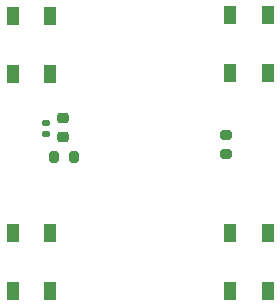
<source format=gtp>
%TF.GenerationSoftware,KiCad,Pcbnew,6.0.4-6f826c9f35~116~ubuntu20.04.1*%
%TF.CreationDate,2022-04-29T21:07:04-06:00*%
%TF.ProjectId,square,73717561-7265-42e6-9b69-6361645f7063,rev?*%
%TF.SameCoordinates,Original*%
%TF.FileFunction,Paste,Top*%
%TF.FilePolarity,Positive*%
%FSLAX46Y46*%
G04 Gerber Fmt 4.6, Leading zero omitted, Abs format (unit mm)*
G04 Created by KiCad (PCBNEW 6.0.4-6f826c9f35~116~ubuntu20.04.1) date 2022-04-29 21:07:04*
%MOMM*%
%LPD*%
G01*
G04 APERTURE LIST*
G04 Aperture macros list*
%AMRoundRect*
0 Rectangle with rounded corners*
0 $1 Rounding radius*
0 $2 $3 $4 $5 $6 $7 $8 $9 X,Y pos of 4 corners*
0 Add a 4 corners polygon primitive as box body*
4,1,4,$2,$3,$4,$5,$6,$7,$8,$9,$2,$3,0*
0 Add four circle primitives for the rounded corners*
1,1,$1+$1,$2,$3*
1,1,$1+$1,$4,$5*
1,1,$1+$1,$6,$7*
1,1,$1+$1,$8,$9*
0 Add four rect primitives between the rounded corners*
20,1,$1+$1,$2,$3,$4,$5,0*
20,1,$1+$1,$4,$5,$6,$7,0*
20,1,$1+$1,$6,$7,$8,$9,0*
20,1,$1+$1,$8,$9,$2,$3,0*%
G04 Aperture macros list end*
%ADD10R,1.000000X1.500000*%
%ADD11RoundRect,0.200000X-0.275000X0.200000X-0.275000X-0.200000X0.275000X-0.200000X0.275000X0.200000X0*%
%ADD12RoundRect,0.225000X-0.250000X0.225000X-0.250000X-0.225000X0.250000X-0.225000X0.250000X0.225000X0*%
%ADD13RoundRect,0.200000X-0.200000X-0.275000X0.200000X-0.275000X0.200000X0.275000X-0.200000X0.275000X0*%
%ADD14RoundRect,0.140000X-0.170000X0.140000X-0.170000X-0.140000X0.170000X-0.140000X0.170000X0.140000X0*%
G04 APERTURE END LIST*
D10*
%TO.C,D1*%
X39430000Y-39050000D03*
X42630000Y-39050000D03*
X42630000Y-34150000D03*
X39430000Y-34150000D03*
%TD*%
D11*
%TO.C,R2*%
X57500000Y-44200000D03*
X57500000Y-45850000D03*
%TD*%
D10*
%TO.C,D2*%
X39440000Y-57430000D03*
X42640000Y-57430000D03*
X42640000Y-52530000D03*
X39440000Y-52530000D03*
%TD*%
D12*
%TO.C,C1*%
X43700000Y-42825000D03*
X43700000Y-44375000D03*
%TD*%
D13*
%TO.C,R1*%
X42975000Y-46100000D03*
X44625000Y-46100000D03*
%TD*%
D10*
%TO.C,D3*%
X57830000Y-57410000D03*
X61030000Y-57410000D03*
X61030000Y-52510000D03*
X57830000Y-52510000D03*
%TD*%
D14*
%TO.C,C2*%
X42300000Y-43220000D03*
X42300000Y-44180000D03*
%TD*%
D10*
%TO.C,D4*%
X57820000Y-39020000D03*
X61020000Y-39020000D03*
X61020000Y-34120000D03*
X57820000Y-34120000D03*
%TD*%
M02*

</source>
